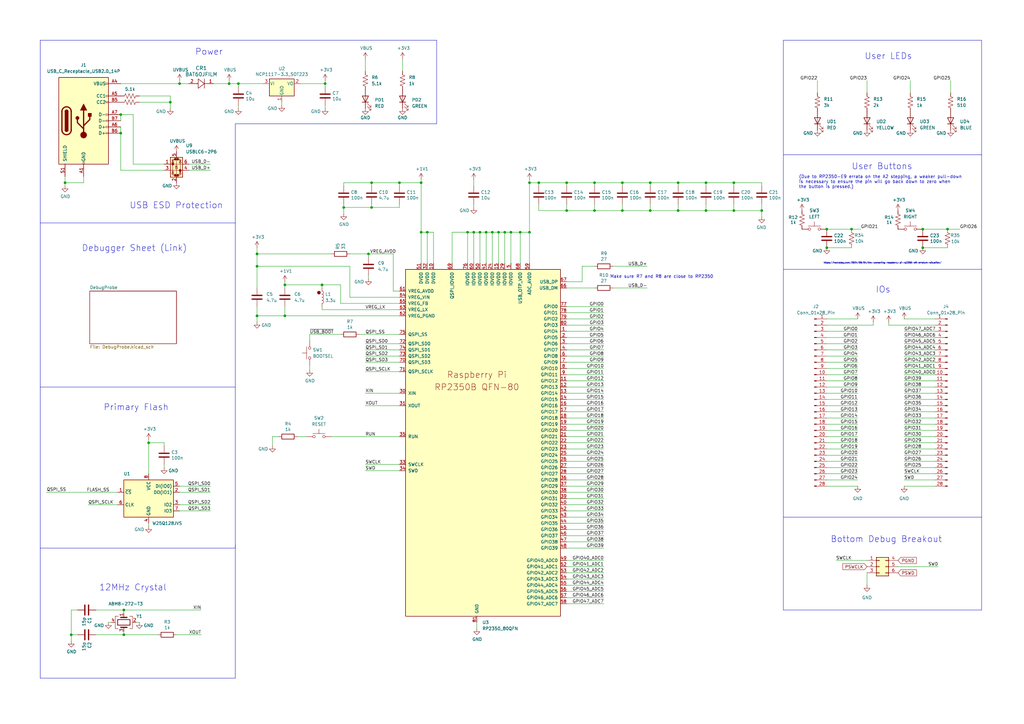
<source format=kicad_sch>
(kicad_sch (version 20250114) (generator "eeschema") (generator_version "9.0")
  (paper "A3")
  (circle (center 130.81 120.015) (radius 0.635) (stroke (width 0) (color 132 0 0 1)) (fill (type color) (color 132 0 0 1)))
  (text "Make sure R7 and R8 are close to RP2350\n" (at 250.19 114.3 0) (effects (font (size 1.27 1.27)) (justify left bottom)))
  (text "12MHz Crystal" (at 40.64 242.57 0) (effects (font (size 2.54 2.54)) (justify left bottom)))
  (text "https://hackaday.com/2024/09/04/the-worsening-raspberry-pi-rp2350-e9-erratum-situation/" (at 361.95 107.95 0) (effects (font (size 0.635 0.635))))
  (text "Primary Flash" (at 42.418 168.656 0) (effects (font (size 2.54 2.54)) (justify left bottom)))
  (text "Bottom Debug Breakout" (at 340.614 222.758 0) (effects (font (size 2.54 2.54)) (justify left bottom)))
  (text "USB ESD Protection" (at 53.086 85.852 0) (effects (font (size 2.54 2.54)) (justify left bottom)))
  (text "(Due to RP2350-E9 errata on the A2 stepping, a weaker pull-down \nis necessary to ensure the pin will go back down to zero when \nthe button is pressed.)" (at 327.66 77.47 0) (effects (font (size 1.27 1.27)) (justify left bottom)))
  (text "IOs" (at 359.156 120.396 0) (effects (font (size 2.54 2.54)) (justify left bottom)))
  (text "Debugger Sheet (Link)" (at 33.528 103.378 0) (effects (font (size 2.54 2.54)) (justify left bottom)))
  (text "Power" (at 80.01 22.86 0) (effects (font (size 2.54 2.54)) (justify left bottom)))
  (text "User LEDs" (at 354.584 24.638 0) (effects (font (size 2.54 2.54)) (justify left bottom)))
  (text "User Buttons" (at 349.25 69.85 0) (effects (font (size 2.54 2.54)) (justify left bottom)))
  (junction (at 266.7 74.93))
  (junction (at 163.83 74.93))
  (junction (at 349.25 93.98))
  (junction (at 217.17 95.25))
  (junction (at 266.7 86.36))
  (junction (at 152.4 74.93))
  (junction (at 278.13 86.36))
  (junction (at 255.27 74.93))
  (junction (at 289.56 86.36))
  (junction (at 213.36 95.25))
  (junction (at 172.72 95.25))
  (junction (at 133.35 34.29))
  (junction (at 243.84 74.93))
  (junction (at 378.46 93.98))
  (junction (at 339.09 101.6))
  (junction (at 300.99 86.36))
  (junction (at 199.39 95.25))
  (junction (at 232.41 74.93))
  (junction (at 97.79 34.29))
  (junction (at 194.31 95.25))
  (junction (at 220.98 74.93))
  (junction (at 300.99 74.93))
  (junction (at 152.4 85.09))
  (junction (at 217.17 74.93))
  (junction (at 339.09 93.98))
  (junction (at 209.55 95.25))
  (junction (at 69.85 41.91))
  (junction (at 243.84 86.36))
  (junction (at 105.41 104.14))
  (junction (at 232.41 86.36))
  (junction (at 312.42 86.36))
  (junction (at 116.84 116.84))
  (junction (at 175.26 95.25))
  (junction (at 289.56 74.93))
  (junction (at 388.62 93.98))
  (junction (at 204.47 95.25))
  (junction (at 132.08 116.84))
  (junction (at 73.66 34.29))
  (junction (at 278.13 74.93))
  (junction (at 207.01 95.25))
  (junction (at 26.67 74.93))
  (junction (at 93.98 34.29))
  (junction (at 151.13 104.14))
  (junction (at 105.41 129.54))
  (junction (at 116.84 129.54))
  (junction (at 49.53 46.99))
  (junction (at 191.77 95.25))
  (junction (at 60.96 181.61))
  (junction (at 49.53 54.61))
  (junction (at 29.21 260.35))
  (junction (at 255.27 86.36))
  (junction (at 196.85 95.25))
  (junction (at 378.46 101.6))
  (junction (at 201.93 95.25))
  (junction (at 50.8 250.19))
  (junction (at 50.8 260.35))
  (junction (at 172.72 74.93))
  (junction (at 105.41 109.22))
  (junction (at 140.97 85.09))
  (wire (pts (xy 351.79 199.39) (xy 339.09 199.39)))
  (wire (pts (xy 383.54 158.75) (xy 370.84 158.75)))
  (wire (pts (xy 383.54 148.59) (xy 370.84 148.59)))
  (wire (pts (xy 191.77 107.95) (xy 191.77 95.25)))
  (wire (pts (xy 201.93 95.25) (xy 204.47 95.25)))
  (wire (pts (xy 172.72 95.25) (xy 172.72 107.95)))
  (wire (pts (xy 266.7 83.82) (xy 266.7 86.36)))
  (wire (pts (xy 364.49 133.35) (xy 383.54 133.35)))
  (polyline (pts (xy 96.52 278.13) (xy 96.52 223.52)))
  (wire (pts (xy 370.84 196.85) (xy 383.54 196.85)))
  (wire (pts (xy 72.39 260.35) (xy 82.55 260.35)))
  (wire (pts (xy 339.09 189.23) (xy 351.79 189.23)))
  (wire (pts (xy 232.41 143.51) (xy 247.65 143.51)))
  (wire (pts (xy 383.54 161.29) (xy 370.84 161.29)))
  (wire (pts (xy 339.09 196.85) (xy 351.79 196.85)))
  (wire (pts (xy 355.6 33.02) (xy 355.6 38.1)))
  (wire (pts (xy 204.47 95.25) (xy 207.01 95.25)))
  (wire (pts (xy 127 137.16) (xy 127 139.7)))
  (wire (pts (xy 195.58 255.27) (xy 195.58 257.81)))
  (wire (pts (xy 370.84 194.31) (xy 383.54 194.31)))
  (wire (pts (xy 57.15 41.91) (xy 69.85 41.91)))
  (polyline (pts (xy 402.59 16.51) (xy 321.31 16.51)))
  (wire (pts (xy 232.41 151.13) (xy 247.65 151.13)))
  (wire (pts (xy 232.41 232.41) (xy 247.65 232.41)))
  (wire (pts (xy 31.75 250.19) (xy 29.21 250.19)))
  (wire (pts (xy 207.01 95.25) (xy 209.55 95.25)))
  (wire (pts (xy 243.84 86.36) (xy 232.41 86.36)))
  (wire (pts (xy 232.41 194.31) (xy 247.65 194.31)))
  (wire (pts (xy 351.79 135.89) (xy 339.09 135.89)))
  (wire (pts (xy 232.41 130.81) (xy 247.65 130.81)))
  (wire (pts (xy 217.17 74.93) (xy 220.98 74.93)))
  (wire (pts (xy 370.84 184.15) (xy 383.54 184.15)))
  (polyline (pts (xy 16.51 17.78) (xy 16.51 224.79)))
  (wire (pts (xy 266.7 74.93) (xy 278.13 74.93)))
  (wire (pts (xy 335.28 33.02) (xy 335.28 38.1)))
  (wire (pts (xy 207.01 107.95) (xy 207.01 95.25)))
  (wire (pts (xy 232.41 86.36) (xy 220.98 86.36)))
  (wire (pts (xy 383.54 138.43) (xy 370.84 138.43)))
  (wire (pts (xy 255.27 83.82) (xy 255.27 86.36)))
  (polyline (pts (xy 16.51 278.13) (xy 96.52 278.13)))
  (wire (pts (xy 364.49 133.35) (xy 364.49 132.08)))
  (polyline (pts (xy 402.59 110.49) (xy 402.59 63.5)))
  (polyline (pts (xy 96.52 158.75) (xy 96.52 91.44)))
  (wire (pts (xy 255.27 76.2) (xy 255.27 74.93)))
  (wire (pts (xy 132.08 127) (xy 163.83 127)))
  (wire (pts (xy 165.1 24.13) (xy 165.1 29.21)))
  (wire (pts (xy 232.41 199.39) (xy 247.65 199.39)))
  (wire (pts (xy 370.84 186.69) (xy 383.54 186.69)))
  (wire (pts (xy 196.85 95.25) (xy 199.39 95.25)))
  (wire (pts (xy 163.83 76.2) (xy 163.83 74.93)))
  (wire (pts (xy 255.27 74.93) (xy 266.7 74.93)))
  (wire (pts (xy 152.4 76.2) (xy 152.4 74.93)))
  (wire (pts (xy 143.51 121.92) (xy 163.83 121.92)))
  (wire (pts (xy 232.41 181.61) (xy 247.65 181.61)))
  (wire (pts (xy 107.95 34.29) (xy 97.79 34.29)))
  (wire (pts (xy 54.61 67.31) (xy 67.31 67.31)))
  (wire (pts (xy 60.96 180.34) (xy 60.96 181.61)))
  (wire (pts (xy 232.41 191.77) (xy 247.65 191.77)))
  (wire (pts (xy 132.08 116.84) (xy 132.08 118.11)))
  (polyline (pts (xy 402.59 63.5) (xy 321.31 63.5)))
  (wire (pts (xy 139.7 124.46) (xy 139.7 116.84)))
  (wire (pts (xy 232.41 217.17) (xy 247.65 217.17)))
  (wire (pts (xy 163.83 152.4) (xy 149.86 152.4)))
  (wire (pts (xy 312.42 83.82) (xy 312.42 86.36)))
  (wire (pts (xy 39.37 250.19) (xy 50.8 250.19)))
  (wire (pts (xy 232.41 245.11) (xy 247.65 245.11)))
  (wire (pts (xy 97.79 35.56) (xy 97.79 34.29)))
  (wire (pts (xy 300.99 83.82) (xy 300.99 86.36)))
  (wire (pts (xy 194.31 95.25) (xy 196.85 95.25)))
  (wire (pts (xy 232.41 189.23) (xy 247.65 189.23)))
  (wire (pts (xy 49.53 54.61) (xy 49.53 69.85)))
  (polyline (pts (xy 96.52 91.44) (xy 96.52 50.8)))
  (wire (pts (xy 139.7 137.16) (xy 127 137.16)))
  (wire (pts (xy 351.79 140.97) (xy 339.09 140.97)))
  (wire (pts (xy 243.84 83.82) (xy 243.84 86.36)))
  (wire (pts (xy 383.54 130.81) (xy 370.84 130.81)))
  (wire (pts (xy 26.67 74.93) (xy 26.67 76.2)))
  (wire (pts (xy 105.41 129.54) (xy 116.84 129.54)))
  (wire (pts (xy 232.41 166.37) (xy 247.65 166.37)))
  (wire (pts (xy 232.41 140.97) (xy 247.65 140.97)))
  (wire (pts (xy 312.42 86.36) (xy 300.99 86.36)))
  (wire (pts (xy 31.75 260.35) (xy 29.21 260.35)))
  (wire (pts (xy 351.79 153.67) (xy 339.09 153.67)))
  (wire (pts (xy 163.83 190.5) (xy 149.86 190.5)))
  (wire (pts (xy 172.72 74.93) (xy 172.72 95.25)))
  (wire (pts (xy 351.79 156.21) (xy 339.09 156.21)))
  (wire (pts (xy 105.41 101.6) (xy 105.41 104.14)))
  (wire (pts (xy 266.7 76.2) (xy 266.7 74.93)))
  (wire (pts (xy 204.47 95.25) (xy 204.47 107.95)))
  (wire (pts (xy 93.98 33.02) (xy 93.98 34.29)))
  (wire (pts (xy 199.39 107.95) (xy 199.39 95.25)))
  (wire (pts (xy 232.41 207.01) (xy 247.65 207.01)))
  (wire (pts (xy 232.41 156.21) (xy 247.65 156.21)))
  (wire (pts (xy 339.09 194.31) (xy 351.79 194.31)))
  (wire (pts (xy 185.42 107.95) (xy 185.42 95.25)))
  (wire (pts (xy 300.99 86.36) (xy 289.56 86.36)))
  (polyline (pts (xy 96.52 50.8) (xy 179.07 50.8)))
  (wire (pts (xy 149.86 148.59) (xy 163.83 148.59)))
  (wire (pts (xy 351.79 163.83) (xy 339.09 163.83)))
  (wire (pts (xy 19.1374 201.7912) (xy 19.1374 201.93)))
  (wire (pts (xy 143.51 109.22) (xy 143.51 121.92)))
  (wire (pts (xy 383.54 156.21) (xy 370.84 156.21)))
  (wire (pts (xy 143.51 104.14) (xy 151.13 104.14)))
  (wire (pts (xy 232.41 237.49) (xy 247.65 237.49)))
  (wire (pts (xy 191.77 95.25) (xy 194.31 95.25)))
  (wire (pts (xy 105.41 129.54) (xy 105.41 132.08)))
  (wire (pts (xy 351.79 146.05) (xy 339.09 146.05)))
  (wire (pts (xy 383.54 135.89) (xy 370.84 135.89)))
  (wire (pts (xy 351.79 171.45) (xy 339.09 171.45)))
  (wire (pts (xy 232.41 184.15) (xy 247.65 184.15)))
  (wire (pts (xy 232.41 176.53) (xy 247.65 176.53)))
  (wire (pts (xy 196.85 107.95) (xy 196.85 95.25)))
  (wire (pts (xy 232.41 135.89) (xy 247.65 135.89)))
  (wire (pts (xy 232.41 222.25) (xy 247.65 222.25)))
  (polyline (pts (xy 179.07 50.8) (xy 179.07 16.51)))
  (wire (pts (xy 149.86 161.29) (xy 163.83 161.29)))
  (wire (pts (xy 370.84 179.07) (xy 383.54 179.07)))
  (wire (pts (xy 232.41 214.63) (xy 247.65 214.63)))
  (wire (pts (xy 388.62 93.98) (xy 393.7 93.98)))
  (wire (pts (xy 69.85 39.37) (xy 57.15 39.37)))
  (wire (pts (xy 139.7 116.84) (xy 132.08 116.84)))
  (wire (pts (xy 339.09 186.69) (xy 351.79 186.69)))
  (polyline (pts (xy 96.52 224.79) (xy 96.52 158.75)))
  (wire (pts (xy 163.83 74.93) (xy 172.72 74.93)))
  (wire (pts (xy 121.92 179.07) (xy 125.73 179.07)))
  (wire (pts (xy 194.31 73.66) (xy 194.31 76.2)))
  (wire (pts (xy 199.39 95.25) (xy 201.93 95.25)))
  (wire (pts (xy 217.17 74.93) (xy 217.17 95.25)))
  (wire (pts (xy 93.98 34.29) (xy 97.79 34.29)))
  (wire (pts (xy 29.21 260.35) (xy 29.21 262.89)))
  (wire (pts (xy 34.29 72.39) (xy 34.29 74.93)))
  (wire (pts (xy 44.45 255.27) (xy 45.72 255.27)))
  (wire (pts (xy 149.86 143.51) (xy 163.83 143.51)))
  (wire (pts (xy 289.56 76.2) (xy 289.56 74.93)))
  (wire (pts (xy 370.84 191.77) (xy 383.54 191.77)))
  (wire (pts (xy 232.41 163.83) (xy 247.65 163.83)))
  (wire (pts (xy 133.35 35.56) (xy 133.35 34.29)))
  (wire (pts (xy 383.54 151.13) (xy 370.84 151.13)))
  (wire (pts (xy 289.56 83.82) (xy 289.56 86.36)))
  (wire (pts (xy 152.4 83.82) (xy 152.4 85.09)))
  (wire (pts (xy 232.41 204.47) (xy 247.65 204.47)))
  (wire (pts (xy 383.54 163.83) (xy 370.84 163.83)))
  (wire (pts (xy 60.96 181.61) (xy 60.96 194.31)))
  (wire (pts (xy 243.84 74.93) (xy 255.27 74.93)))
  (wire (pts (xy 370.84 189.23) (xy 383.54 189.23)))
  (polyline (pts (xy 16.51 16.51) (xy 16.51 17.78)))
  (wire (pts (xy 370.84 181.61) (xy 383.54 181.61)))
  (wire (pts (xy 69.85 41.91) (xy 69.85 39.37)))
  (wire (pts (xy 232.41 247.65) (xy 247.65 247.65)))
  (polyline (pts (xy 321.31 16.51) (xy 321.31 250.19)))
  (wire (pts (xy 67.31 182.88) (xy 67.31 181.61)))
  (wire (pts (xy 351.79 173.99) (xy 339.09 173.99)))
  (polyline (pts (xy 321.31 250.19) (xy 402.59 250.19)))
  (wire (pts (xy 73.66 34.29) (xy 77.47 34.29)))
  (wire (pts (xy 300.99 74.93) (xy 312.42 74.93)))
  (wire (pts (xy 194.31 107.95) (xy 194.31 95.25)))
  (wire (pts (xy 49.53 34.29) (xy 73.66 34.29)))
  (wire (pts (xy 383.54 168.91) (xy 370.84 168.91)))
  (polyline (pts (xy 402.59 110.49) (xy 321.31 110.49)))
  (wire (pts (xy 114.3 179.07) (xy 111.76 179.07)))
  (wire (pts (xy 73.66 207.01) (xy 86.36 207.01)))
  (wire (pts (xy 312.42 76.2) (xy 312.42 74.93)))
  (polyline (pts (xy 16.51 91.44) (xy 96.52 91.44)))
  (wire (pts (xy 232.41 171.45) (xy 247.65 171.45)))
  (wire (pts (xy 123.19 34.29) (xy 133.35 34.29)))
  (wire (pts (xy 175.26 95.25) (xy 172.72 95.25)))
  (wire (pts (xy 278.13 83.82) (xy 278.13 86.36)))
  (wire (pts (xy 111.76 179.07) (xy 111.76 182.88)))
  (wire (pts (xy 251.46 109.22) (xy 265.43 109.22)))
  (wire (pts (xy 232.41 74.93) (xy 243.84 74.93)))
  (wire (pts (xy 147.32 137.16) (xy 163.83 137.16)))
  (wire (pts (xy 201.93 107.95) (xy 201.93 95.25)))
  (wire (pts (xy 339.09 176.53) (xy 351.79 176.53)))
  (wire (pts (xy 232.41 209.55) (xy 247.65 209.55)))
  (wire (pts (xy 116.84 118.11) (xy 116.84 116.84)))
  (wire (pts (xy 60.96 214.63) (xy 60.96 215.9)))
  (wire (pts (xy 163.83 124.46) (xy 139.7 124.46)))
  (wire (pts (xy 349.25 93.98) (xy 353.06 93.98)))
  (wire (pts (xy 232.41 115.57) (xy 238.76 115.57)))
  (wire (pts (xy 232.41 138.43) (xy 247.65 138.43)))
  (wire (pts (xy 383.54 146.05) (xy 370.84 146.05)))
  (wire (pts (xy 163.83 85.09) (xy 163.83 83.82)))
  (wire (pts (xy 152.4 85.09) (xy 163.83 85.09)))
  (polyline (pts (xy 402.59 250.19) (xy 402.59 212.09)))
  (wire (pts (xy 50.8 260.35) (xy 64.77 260.35)))
  (wire (pts (xy 232.41 83.82) (xy 232.41 86.36)))
  (wire (pts (xy 289.56 86.36) (xy 278.13 86.36)))
  (wire (pts (xy 339.09 130.81) (xy 351.79 130.81)))
  (wire (pts (xy 34.29 74.93) (xy 26.67 74.93)))
  (wire (pts (xy 49.53 46.99) (xy 49.53 49.53)))
  (wire (pts (xy 209.55 95.25) (xy 209.55 107.95)))
  (wire (pts (xy 54.61 46.99) (xy 49.53 46.99)))
  (wire (pts (xy 36.195 207.01) (xy 48.26 207.01)))
  (wire (pts (xy 232.41 133.35) (xy 247.65 133.35)))
  (wire (pts (xy 383.54 140.97) (xy 370.84 140.97)))
  (wire (pts (xy 50.8 251.46) (xy 50.8 250.19)))
  (wire (pts (xy 383.54 171.45) (xy 370.84 171.45)))
  (wire (pts (xy 232.41 179.07) (xy 247.65 179.07)))
  (wire (pts (xy 351.79 151.13) (xy 339.09 151.13)))
  (wire (pts (xy 73.66 201.93) (xy 86.36 201.93)))
  (wire (pts (xy 232.41 242.57) (xy 247.65 242.57)))
  (wire (pts (xy 232.41 125.73) (xy 247.65 125.73)))
  (wire (pts (xy 339.09 179.07) (xy 351.79 179.07)))
  (wire (pts (xy 300.99 76.2) (xy 300.99 74.93)))
  (wire (pts (xy 49.53 54.61) (xy 49.53 52.07)))
  (wire (pts (xy 383.54 199.39) (xy 370.84 199.39)))
  (wire (pts (xy 105.41 104.14) (xy 105.41 109.22)))
  (wire (pts (xy 351.79 168.91) (xy 339.09 168.91)))
  (wire (pts (xy 232.41 219.71) (xy 247.65 219.71)))
  (wire (pts (xy 232.41 76.2) (xy 232.41 74.93)))
  (wire (pts (xy 69.85 44.45) (xy 69.85 41.91)))
  (polyline (pts (xy 402.59 212.09) (xy 402.59 110.49)))
  (wire (pts (xy 278.13 86.36) (xy 266.7 86.36)))
  (wire (pts (xy 151.13 104.14) (xy 151.13 105.41)))
  (wire (pts (xy 339.09 191.77) (xy 351.79 191.77)))
  (wire (pts (xy 368.3 232.41) (xy 384.81 232.41)))
  (wire (pts (xy 243.84 76.2) (xy 243.84 74.93)))
  (wire (pts (xy 351.79 158.75) (xy 339.09 158.75)))
  (wire (pts (xy 67.31 190.5) (xy 67.31 191.77)))
  (wire (pts (xy 238.76 109.22) (xy 238.76 115.57)))
  (wire (pts (xy 135.89 179.07) (xy 163.83 179.07)))
  (wire (pts (xy 105.41 104.14) (xy 135.89 104.14)))
  (wire (pts (xy 105.41 109.22) (xy 143.51 109.22)))
  (wire (pts (xy 278.13 74.93) (xy 289.56 74.93)))
  (wire (pts (xy 383.54 153.67) (xy 370.84 153.67)))
  (wire (pts (xy 232.41 168.91) (xy 247.65 168.91)))
  (wire (pts (xy 312.42 86.36) (xy 312.42 88.9)))
  (wire (pts (xy 220.98 83.82) (xy 220.98 86.36)))
  (wire (pts (xy 232.41 201.93) (xy 247.65 201.93)))
  (wire (pts (xy 383.54 143.51) (xy 370.84 143.51)))
  (wire (pts (xy 232.41 153.67) (xy 247.65 153.67)))
  (wire (pts (xy 232.41 161.29) (xy 247.65 161.29)))
  (wire (pts (xy 266.7 86.36) (xy 255.27 86.36)))
  (wire (pts (xy 232.41 240.03) (xy 247.65 240.03)))
  (wire (pts (xy 358.14 133.35) (xy 339.09 133.35)))
  (wire (pts (xy 67.31 181.61) (xy 60.96 181.61)))
  (wire (pts (xy 161.29 104.14) (xy 161.29 119.38)))
  (wire (pts (xy 49.53 69.85) (xy 67.31 69.85)))
  (wire (pts (xy 26.67 72.39) (xy 26.67 74.93)))
  (wire (pts (xy 251.46 118.11) (xy 265.43 118.11)))
  (wire (pts (xy 217.17 73.66) (xy 217.17 74.93)))
  (wire (pts (xy 255.27 86.36) (xy 243.84 86.36)))
  (wire (pts (xy 175.26 95.25) (xy 177.8 95.25)))
  (wire (pts (xy 232.41 118.11) (xy 243.84 118.11)))
  (wire (pts (xy 194.31 83.82) (xy 194.31 85.09)))
  (wire (pts (xy 351.79 138.43) (xy 339.09 138.43)))
  (polyline (pts (xy 321.31 212.09) (xy 402.59 212.09)))
  (wire (pts (xy 151.13 114.3) (xy 151.13 113.03)))
  (wire (pts (xy 116.84 115.57) (xy 116.84 116.84)))
  (wire (pts (xy 213.36 107.95) (xy 213.36 95.25)))
  (polyline (pts (xy 402.59 63.5) (xy 402.59 16.51)))
  (wire (pts (xy 54.61 67.31) (xy 54.61 46.99)))
  (wire (pts (xy 220.98 76.2) (xy 220.98 74.93)))
  (wire (pts (xy 238.76 109.22) (xy 243.84 109.22)))
  (wire (pts (xy 383.54 166.37) (xy 370.84 166.37)))
  (wire (pts (xy 355.6 240.03) (xy 355.6 234.95)))
  (wire (pts (xy 217.17 95.25) (xy 217.17 107.95)))
  (wire (pts (xy 383.54 176.53) (xy 370.84 176.53)))
  (wire (pts (xy 213.36 95.25) (xy 217.17 95.25)))
  (wire (pts (xy 220.98 74.93) (xy 232.41 74.93)))
  (wire (pts (xy 351.79 161.29) (xy 339.09 161.29)))
  (wire (pts (xy 19.1374 201.93) (xy 48.26 201.93)))
  (wire (pts (xy 232.41 196.85) (xy 247.65 196.85)))
  (wire (pts (xy 77.47 67.31) (xy 86.36 67.31)))
  (wire (pts (xy 87.63 34.29) (xy 93.98 34.29)))
  (wire (pts (xy 232.41 128.27) (xy 247.65 128.27)))
  (wire (pts (xy 50.8 250.19) (xy 82.55 250.19)))
  (wire (pts (xy 339.09 93.98) (xy 349.25 93.98)))
  (wire (pts (xy 289.56 74.93) (xy 300.99 74.93)))
  (wire (pts (xy 97.79 43.18) (xy 97.79 44.45)))
  (wire (pts (xy 232.41 224.79) (xy 247.65 224.79)))
  (polyline (pts (xy 16.51 224.79) (xy 96.52 224.79)))
  (wire (pts (xy 339.09 184.15) (xy 351.79 184.15)))
  (wire (pts (xy 232.41 173.99) (xy 247.65 173.99)))
  (wire (pts (xy 116.84 116.84) (xy 132.08 116.84)))
  (wire (pts (xy 132.08 127) (xy 132.08 125.73)))
  (wire (pts (xy 151.13 104.14) (xy 161.29 104.14)))
  (wire (pts (xy 140.97 74.93) (xy 152.4 74.93)))
  (wire (pts (xy 177.8 95.25) (xy 177.8 107.95)))
  (wire (pts (xy 339.09 101.6) (xy 349.25 101.6)))
  (wire (pts (xy 149.86 140.97) (xy 163.83 140.97)))
  (wire (pts (xy 133.35 43.18) (xy 133.35 44.45)))
  (wire (pts (xy 378.46 93.98) (xy 388.62 93.98)))
  (wire (pts (xy 116.84 125.73) (xy 116.84 129.54)))
  (wire (pts (xy 185.42 95.25) (xy 191.77 95.25)))
  (wire (pts (xy 161.29 119.38) (xy 163.83 119.38)))
  (wire (pts (xy 175.26 107.95) (xy 175.26 95.25)))
  (wire (pts (xy 163.83 193.04) (xy 149.86 193.04)))
  (wire (pts (xy 351.79 148.59) (xy 339.09 148.59)))
  (wire (pts (xy 140.97 83.82) (xy 140.97 85.09)))
  (wire (pts (xy 232.41 212.09) (xy 247.65 212.09)))
  (wire (pts (xy 73.66 199.39) (xy 86.36 199.39)))
  (wire (pts (xy 232.41 234.95) (xy 247.65 234.95)))
  (polyline (pts (xy 16.51 16.51) (xy 179.07 16.51)))
  (wire (pts (xy 358.14 133.35) (xy 358.14 132.08)))
  (wire (pts (xy 116.84 129.54) (xy 163.83 129.54)))
  (polyline (pts (xy 16.51 224.79) (xy 16.51 278.13)))
  (wire (pts (xy 351.79 143.51) (xy 339.09 143.51)))
  (wire (pts (xy 339.09 181.61) (xy 351.79 181.61)))
  (wire (pts (xy 149.86 24.13) (xy 149.86 29.21)))
  (wire (pts (xy 232.41 186.69) (xy 247.65 186.69)))
  (wire (pts (xy 127 149.86) (xy 127 151.765)))
  (wire (pts (xy 140.97 85.09) (xy 152.4 85.09)))
  (wire (pts (xy 172.72 73.66) (xy 172.72 74.93)))
  (polyline (pts (xy 16.51 158.75) (xy 96.52 158.75)))
  (wire (pts (xy 351.79 166.37) (xy 339.09 166.37)))
  (wire (pts (xy 140.97 76.2) (xy 140.97 74.93)))
  (wire (pts (xy 55.88 255.27) (xy 57.15 255.27)))
  (wire (pts (xy 50.8 259.08) (xy 50.8 260.35)))
  (wire (pts (xy 39.37 260.35) (xy 50.8 260.35)))
  (wire (pts (xy 133.35 34.29) (xy 133.35 33.02)))
  (wire (pts (xy 232.41 158.75) (xy 247.65 158.75)))
  (wire (pts (xy 73.66 33.02) (xy 73.66 34.29)))
  (wire (pts (xy 209.55 95.25) (xy 213.36 95.25)))
  (wire (pts (xy 140.97 85.09) (xy 140.97 87.63)))
  (wire (pts (xy 378.46 101.6) (xy 388.62 101.6)))
  (wire (pts (xy 373.38 33.02) (xy 373.38 38.1)))
  (wire (pts (xy 29.21 250.19) (xy 29.21 260.35)))
  (wire (pts (xy 232.41 229.87) (xy 247.65 229.87)))
  (wire (pts (xy 152.4 74.93) (xy 163.83 74.93)))
  (wire (pts (xy 163.83 166.37) (xy 149.86 166.37)))
  (wire (pts (xy 105.41 109.22) (xy 105.41 118.11)))
  (wire (pts (xy 73.66 209.55) (xy 86.36 209.55)))
  (wire (pts (xy 389.89 33.02) (xy 389.89 38.1)))
  (wire (pts (xy 342.9 229.87) (xy 355.6 229.87)))
  (wire (pts (xy 149.86 146.05) (xy 163.83 146.05)))
  (wire (pts (xy 383.54 173.99) (xy 370.84 173.99)))
  (wire (pts (xy 105.41 125.73) (xy 105.41 129.54)))
  (wire (pts (xy 115.57 41.91) (xy 115.57 43.18)))
  (wire (pts (xy 278.13 76.2) (xy 278.13 74.93)))
  (wire (pts (xy 232.41 146.05) (xy 247.65 146.05)))
  (wire (pts (xy 232.41 148.59) (xy 247.65 148.59)))
  (wire (pts (xy 77.47 69.85) (xy 86.36 69.85)))
  (label "GPIO40_ADC0" (at 247.65 229.87 180))
  (label "QSPI_SD2" (at 86.36 207.01 180))
  (label "GPIO35" (at 247.65 214.63 180))
  (label "XIN" (at 82.55 250.19 180))
  (label "GPIO12" (at 247.65 156.21 180))
  (label "GPIO15" (at 247.65 163.83 180))
  (label "GPIO21" (at 353.06 93.98 0))
  (label "RUN" (at 149.86 179.07 0))
  (label "GPIO13" (at 351.79 168.91 180))
  (label "GPIO25" (at 389.89 33.02 180))
  (label "GPIO36" (at 247.65 217.17 180))
  (label "GPIO25" (at 247.65 189.23 180))
  (label "USB_D-" (at 86.36 67.31 180))
  (label "GPIO7" (at 247.65 143.51 180))
  (label "GPIO28" (at 247.65 196.85 180))
  (label "SWD" (at 149.86 193.04 0))
  (label "GPIO47_ADC7" (at 247.65 247.65 180))
  (label "QSPI_SD0" (at 149.86 140.97 0))
  (label "GPIO25" (at 370.84 191.77 0))
  (label "GPIO33" (at 370.84 171.45 0))
  (label "GPIO44_ADC4" (at 247.65 240.03 180))
  (label "GPIO44_ADC4" (at 370.84 143.51 0))
  (label "GPIO38" (at 370.84 158.75 0))
  (label "GPIO41_ADC1" (at 247.65 232.41 180))
  (label "VREG_LX" (at 149.86 127 0))
  (label "GPIO18" (at 351.79 181.61 180))
  (label "GPIO30" (at 247.65 201.93 180))
  (label "GPIO46_ADC6" (at 370.84 138.43 0))
  (label "GPIO45_ADC5" (at 247.65 242.57 180))
  (label "QSPI_SS" (at 149.86 137.16 0))
  (label "FLASH_SS" (at 35.56 201.93 0))
  (label "GPIO5" (at 247.65 138.43 180))
  (label "GPIO15" (at 351.79 173.99 180))
  (label "GPIO43_ADC3" (at 247.65 237.49 180))
  (label "GPIO39" (at 247.65 224.79 180))
  (label "QSPI_SD2" (at 149.86 146.05 0))
  (label "GPIO12" (at 351.79 166.37 180))
  (label "GPIO1" (at 247.65 128.27 180))
  (label "SWD" (at 370.84 196.85 0))
  (label "GPIO32" (at 370.84 173.99 0))
  (label "GPIO0" (at 351.79 135.89 180))
  (label "GPIO41_ADC1" (at 370.84 151.13 0))
  (label "GPIO32" (at 247.65 207.01 180))
  (label "GPIO9" (at 351.79 158.75 180))
  (label "GPIO22" (at 247.65 181.61 180))
  (label "GPIO39" (at 370.84 156.21 0))
  (label "QSPI_SCLK" (at 36.195 207.01 0))
  (label "GPIO26" (at 393.7 93.98 0))
  (label "GPIO21" (at 247.65 179.07 180))
  (label "GPIO42_ADC2" (at 370.84 148.59 0))
  (label "GPIO37" (at 247.65 219.71 180))
  (label "GPIO27" (at 370.84 186.69 0))
  (label "GPIO4" (at 351.79 146.05 180))
  (label "GPIO21" (at 351.79 189.23 180))
  (label "GPIO10" (at 247.65 151.13 180))
  (label "GPIO9" (at 247.65 148.59 180))
  (label "GPIO3" (at 351.79 143.51 180))
  (label "GPIO26" (at 370.84 189.23 0))
  (label "QSPI_SS" (at 19.1374 201.7912 0))
  (label "GPIO5" (at 351.79 148.59 180))
  (label "GPIO29" (at 247.65 199.39 180))
  (label "SWD" (at 384.81 232.41 180))
  (label "GPIO17" (at 247.65 168.91 180))
  (label "GPIO20" (at 351.79 186.69 180))
  (label "SWCLK" (at 149.86 190.5 0))
  (label "USB_D+" (at 86.36 69.85 180))
  (label "GPIO34" (at 370.84 168.91 0))
  (label "GPIO37" (at 370.84 161.29 0))
  (label "GPIO24" (at 351.79 196.85 180))
  (label "GPIO14" (at 247.65 161.29 180))
  (label "GPIO47_ADC7" (at 370.84 135.89 0))
  (label "QSPI_SD0" (at 86.36 199.39 180))
  (label "GPIO46_ADC6" (at 247.65 245.11 180))
  (label "GPIO16" (at 351.79 176.53 180))
  (label "GPIO35" (at 370.84 166.37 0))
  (label "GPIO1" (at 351.79 138.43 180))
  (label "GPIO2" (at 351.79 140.97 180))
  (label "GPIO10" (at 351.79 161.29 180))
  (label "GPIO22" (at 335.28 33.02 180))
  (label "GPIO23" (at 355.6 33.02 180))
  (label "GPIO3" (at 247.65 133.35 180))
  (label "USB_D-" (at 265.43 118.11 180))
  (label "GPIO8" (at 247.65 146.05 180))
  (label "GPIO31" (at 370.84 176.53 0))
  (label "GPIO23" (at 351.79 194.31 180))
  (label "GPIO45_ADC5" (at 370.84 140.97 0))
  (label "GPIO43_ADC3" (at 370.84 146.05 0))
  (label "GPIO34" (at 247.65 212.09 180))
  (label "GPIO6" (at 351.79 151.13 180))
  (label "GPIO42_ADC2" (at 247.65 234.95 180))
  (label "GPIO19" (at 247.65 173.99 180))
  (label "GPIO0" (at 247.65 125.73 180))
  (label "GPIO2" (at 247.65 130.81 180))
  (label "GPIO8" (at 351.79 156.21 180))
  (label "GPIO13" (at 247.65 158.75 180))
  (label "GPIO22" (at 351.79 191.77 180))
  (label "GPIO17" (at 351.79 179.07 180))
  (label "QSPI_SD1" (at 149.86 143.51 0))
  (label "GPIO26" (at 247.65 191.77 180))
  (label "XOUT" (at 149.86 166.37 0))
  (label "GPIO31" (at 247.65 204.47 180))
  (label "GPIO24" (at 247.65 186.69 180))
  (label "GPIO38" (at 247.65 222.25 180))
  (label "~{USB_BOOT}" (at 127 137.16 0))
  (label "GPIO7" (at 351.79 153.67 180))
  (label "GPIO36" (at 370.84 163.83 0))
  (label "GPIO28" (at 370.84 184.15 0))
  (label "USB_D+" (at 265.43 109.22 180))
  (label "QSPI_SD1" (at 86.36 201.93 180))
  (label "GPIO23" (at 247.65 184.15 180))
  (label "GPIO11" (at 351.79 163.83 180))
  (label "GPIO11" (at 247.65 153.67 180))
  (label "SWCLK" (at 342.9 229.87 0))
  (label "GPIO33" (at 247.65 209.55 180))
  (label "GPIO24" (at 373.38 33.02 180))
  (label "GPIO27" (at 247.65 194.31 180))
  (label "QSPI_SD3" (at 86.36 209.55 180))
  (label "GPIO30" (at 370.84 179.07 0))
  (label "QSPI_SD3" (at 149.86 148.59 0))
  (label "GPIO6" (at 247.65 140.97 180))
  (label "GPIO20" (at 247.65 176.53 180))
  (label "GPIO40_ADC0" (at 370.84 153.67 0))
  (label "XOUT" (at 82.55 260.35 180))
  (label "GPIO4" (at 247.65 135.89 180))
  (label "GPIO29" (at 370.84 181.61 0))
  (label "VREG_AVDD" (at 151.765 104.14 0))
  (label "XIN" (at 149.86 161.29 0))
  (label "GPIO19" (at 351.79 184.15 180))
  (label "GPIO14" (at 351.79 171.45 180))
  (label "GPIO16" (at 247.65 166.37 180))
  (label "QSPI_SCLK" (at 149.86 152.4 0))
  (label "SWCLK" (at 370.84 194.31 0))
  (label "GPIO18" (at 247.65 171.45 180))
  (global_label "PSWCLK" (shape input) (at 355.6 232.41 180) (property "Intersheetrefs" "${INTERSHEET_REFS}" (effects (hide yes))))
  (global_label "PGND" (shape input) (at 368.3 229.87 0) (property "Intersheetrefs" "${INTERSHEET_REFS}" (effects (hide yes))))
  (global_label "PSWD" (shape input) (at 368.3 234.95 0) (property "Intersheetrefs" "${INTERSHEET_REFS}" (effects (hide yes))))
  (symbol (lib_id "Device:C") (at 35.56 250.19 270) (unit 1)
    (property "Reference" "C1" (at 36.7284 253.111 0) (effects (justify left)))
    (property "Value" "15p" (at 34.417 253.111 0) (effects (justify left)))
    (property "Footprint" "Capacitor_SMD:C_0402_1005Metric" (effects (hide yes)))
  )
  (symbol (lib_id "Device:C") (at 35.56 260.35 270) (unit 1)
    (property "Reference" "C2" (at 36.7284 263.271 0) (effects (justify left)))
    (property "Value" "15p" (at 34.417 263.271 0) (effects (justify left)))
    (property "Footprint" "Capacitor_SMD:C_0402_1005Metric" (effects (hide yes)))
  )
  (symbol (lib_id "power:GND") (at 29.21 262.89 0) (unit 1)
    (property "Reference" "#PWR0121" (effects (hide yes)))
    (property "Value" "GND" (at 29.337 267.2842 0))
  )
  (symbol (lib_id "Memory_Flash:W25Q128JVS") (at 60.96 204.47 0) (unit 1)
    (property "Reference" "U1" (at 52.07 194.31 0))
    (property "Value" "W25Q128JVS" (at 68.58 214.63 0))
    (property "Footprint" "Package_SO:SOIC-8_5.23x5.23mm_P1.27mm" (effects (hide yes)))
    (property "Datasheet" "http://www.winbond.com/resource-files/w25q128jv_dtr%20revc%2003272018%20plus.pdf" (effects (hide yes)))
  )
  (symbol (lib_id "power:+3V3") (at 60.96 180.34 0) (unit 1)
    (property "Reference" "#PWR0122" (effects (hide yes)))
    (property "Value" "+3V3" (at 61.341 175.9458 0))
  )
  (symbol (lib_id "power:GND") (at 60.96 215.9 0) (unit 1)
    (property "Reference" "#PWR0123" (effects (hide yes)))
    (property "Value" "GND" (at 57.15 217.17 0))
  )
  (symbol (lib_id "Device:C") (at 67.31 186.69 0) (unit 1)
    (property "Reference" "C3" (at 70.231 185.5216 0) (effects (justify left)))
    (property "Value" "100n" (at 70.231 187.833 0) (effects (justify left)))
    (property "Footprint" "Capacitor_SMD:C_0402_1005Metric" (effects (hide yes)))
  )
  (symbol (lib_id "power:GND") (at 67.31 191.77 0) (unit 1)
    (property "Reference" "#PWR0124" (effects (hide yes)))
    (property "Value" "GND" (at 71.12 193.04 0))
  )
  (symbol (lib_id "power:GND") (at 195.58 257.81 0) (unit 1)
    (property "Reference" "#PWR0105" (effects (hide yes)))
    (property "Value" "GND" (at 195.707 262.2042 0))
  )
  (symbol (lib_id "Device:R") (at 247.65 109.22 270) (unit 1)
    (property "Reference" "R9" (at 247.65 103.9622 90))
    (property "Value" "27" (at 247.65 106.2736 90))
    (property "Footprint" "Resistor_SMD:R_0402_1005Metric" (effects (hide yes)))
  )
  (symbol (lib_id "Device:R") (at 247.65 118.11 270) (unit 1)
    (property "Reference" "R10" (at 247.65 112.8522 90))
    (property "Value" "27" (at 247.65 115.1636 90))
    (property "Footprint" "Resistor_SMD:R_0402_1005Metric" (effects (hide yes)))
  )
  (symbol (lib_id "power:+3V3") (at 217.17 73.66 0) (unit 1)
    (property "Reference" "#PWR0102" (effects (hide yes)))
    (property "Value" "+3V3" (at 217.551 69.2658 0))
  )
  (symbol (lib_id "Device:C") (at 243.84 80.01 0) (unit 1)
    (property "Reference" "C15" (at 246.761 78.8416 0) (effects (justify left)))
    (property "Value" "100n" (at 246.761 81.153 0) (effects (justify left)))
    (property "Footprint" "Capacitor_SMD:C_0402_1005Metric" (effects (hide yes)))
  )
  (symbol (lib_id "Device:C") (at 255.27 80.01 0) (unit 1)
    (property "Reference" "C16" (at 258.191 78.8416 0) (effects (justify left)))
    (property "Value" "100n" (at 258.191 81.153 0) (effects (justify left)))
    (property "Footprint" "Capacitor_SMD:C_0402_1005Metric" (effects (hide yes)))
  )
  (symbol (lib_id "Device:C") (at 266.7 80.01 0) (unit 1)
    (property "Reference" "C17" (at 269.621 78.8416 0) (effects (justify left)))
    (property "Value" "100n" (at 269.621 81.153 0) (effects (justify left)))
    (property "Footprint" "Capacitor_SMD:C_0402_1005Metric" (effects (hide yes)))
  )
  (symbol (lib_id "Device:C") (at 278.13 80.01 0) (unit 1)
    (property "Reference" "C18" (at 281.051 78.8416 0) (effects (justify left)))
    (property "Value" "100n" (at 281.051 81.153 0) (effects (justify left)))
    (property "Footprint" "Capacitor_SMD:C_0402_1005Metric" (effects (hide yes)))
  )
  (symbol (lib_id "Device:C") (at 289.56 80.01 0) (unit 1)
    (property "Reference" "C19" (at 292.481 78.8416 0) (effects (justify left)))
    (property "Value" "100n" (at 292.481 81.153 0) (effects (justify left)))
    (property "Footprint" "Capacitor_SMD:C_0402_1005Metric" (effects (hide yes)))
  )
  (symbol (lib_id "Device:C") (at 300.99 80.01 0) (unit 1)
    (property "Reference" "C20" (at 303.911 78.8416 0) (effects (justify left)))
    (property "Value" "100n" (at 303.911 81.153 0) (effects (justify left)))
    (property "Footprint" "Capacitor_SMD:C_0402_1005Metric" (effects (hide yes)))
  )
  (symbol (lib_id "Device:R") (at 68.58 260.35 270) (unit 1)
    (property "Reference" "R3" (at 68.58 255.0922 90))
    (property "Value" "1k" (at 68.58 257.4036 90))
    (property "Footprint" "Resistor_SMD:R_0402_1005Metric" (effects (hide yes)))
  )
  (symbol (lib_id "Device:Crystal_GND24") (at 50.8 255.27 270) (unit 1)
    (property "Reference" "Y1" (at 55.88 252.73 90) (effects (justify left)))
    (property "Value" "ABM8-272-T3" (at 44.45 247.65 90) (effects (justify left)))
    (property "Footprint" "Crystal:Crystal_SMD_3225-4Pin_3.2x2.5mm" (effects (hide yes)))
  )
  (symbol (lib_id "power:+3V3") (at 194.31 73.66 0) (unit 1)
    (property "Reference" "#PWR0104" (effects (hide yes)))
    (property "Value" "+3V3" (at 194.691 69.2658 0))
  )
  (symbol (lib_id "Device:C") (at 194.31 80.01 0) (unit 1)
    (property "Reference" "C12" (at 197.231 78.8416 0) (effects (justify left)))
    (property "Value" "10u" (at 197.231 81.153 0) (effects (justify left)))
    (property "Footprint" "Capacitor_SMD:C_0805_2012Metric" (effects (hide yes)))
  )
  (symbol (lib_id "power:GND") (at 194.31 85.09 0) (unit 1)
    (property "Reference" "#PWR0103" (effects (hide yes)))
    (property "Value" "GND" (at 190.5 86.36 0))
  )
  (symbol (lib_id "power:+3V3") (at 358.14 132.08 0) (unit 1)
    (property "Reference" "#PWR0132" (effects (hide yes)))
    (property "Value" "+3V3" (at 358.521 127.6858 0))
  )
  (symbol (lib_id "power:VBUS") (at 370.84 130.81 0) (unit 1)
    (property "Reference" "#PWR0134" (effects (hide yes)))
    (property "Value" "VBUS" (at 371.221 126.4158 0))
  )
  (symbol (lib_id "BAT60JFILM:BAT60JFILM") (at 77.47 34.29 0) (unit 1)
    (property "Reference" "CR1" (at 82.55 27.94 0) (effects (font (size 1.524 1.524))))
    (property "Value" "BAT60JFILM" (at 82.55 30.48 0) (effects (font (size 1.524 1.524))))
    (property "Footprint" "BAT60JFILM:CR_60JFILM_STM" (effects (hide yes)))
    (property "Datasheet" "BAT60JFILM" (effects (hide yes)))
  )
  (symbol (lib_id "Device:C") (at 97.79 39.37 0) (unit 1)
    (property "Reference" "C4" (at 100.711 38.2016 0) (effects (justify left)))
    (property "Value" "10u" (at 100.711 40.513 0) (effects (justify left)))
    (property "Footprint" "Capacitor_SMD:C_0805_2012Metric" (effects (hide yes)))
  )
  (symbol (lib_id "power:VBUS") (at 73.66 33.02 0) (unit 1)
    (property "Reference" "#PWR0113" (effects (hide yes)))
    (property "Value" "UVBUS" (at 74.041 28.6258 0))
  )
  (symbol (lib_id "power:GND") (at 127 151.765 0) (unit 1)
    (property "Reference" "#PWR0129" (effects (hide yes)))
    (property "Value" "GND" (at 127.127 156.1592 0))
  )
  (symbol (lib_id "Device:C") (at 163.83 80.01 0) (unit 1)
    (property "Reference" "C11" (at 166.751 78.8416 0) (effects (justify left)))
    (property "Value" "100n" (at 166.751 81.153 0) (effects (justify left)))
    (property "Footprint" "Capacitor_SMD:C_0402_1005Metric" (effects (hide yes)))
  )
  (symbol (lib_id "power:VBUS") (at 351.79 130.81 0) (unit 1)
    (property "Reference" "#PWR0131" (effects (hide yes)))
    (property "Value" "VBUS" (at 352.171 126.4158 0))
  )
  (symbol (lib_id "Power_Protection:USBLC6-2P6") (at 72.39 67.31 0) (unit 1)
    (property "Reference" "U9" (at 76.2 59.69 0) (effects (justify left)))
    (property "Value" "USBLC6-2P6" (at 76.2 62.23 0) (effects (justify left)))
    (property "Footprint" "Package_TO_SOT_SMD:SOT-666" (effects (hide yes)))
    (property "Datasheet" "https://www.st.com/resource/en/datasheet/usblc6-2.pdf" (effects (hide yes)))
    (property "Description" "Very low capacitance ESD protection diode, 2 data-line, SOT-666" (effects (hide yes)))
  )
  (symbol (lib_id "Device:LED") (at 355.6 49.53 90) (unit 1)
    (property "Reference" "UD2" (at 359.41 49.8474 90) (effects (justify right)))
    (property "Value" "YELLOW" (at 359.41 52.3874 90) (effects (justify right)))
    (property "Footprint" "LED_SMD:LED_0805_2012Metric" (effects (hide yes)))
    (property "Description" "Light emitting diode" (effects (hide yes)))
  )
  (symbol (lib_id "Device:R_US") (at 389.89 41.91 0) (unit 1)
    (property "Reference" "R16" (at 392.43 40.6399 0) (effects (justify left)))
    (property "Value" "510" (at 392.43 43.1799 0) (effects (justify left)))
    (property "Footprint" "Resistor_SMD:R_0402_1005Metric" (effects (hide yes)))
    (property "Description" "Resistor, US symbol" (effects (hide yes)))
  )
  (symbol (lib_id "Device:R") (at 118.11 179.07 270) (unit 1)
    (property "Reference" "R4" (at 118.11 173.8122 90))
    (property "Value" "1k" (at 118.11 176.1236 90))
    (property "Footprint" "Resistor_SMD:R_0402_1005Metric" (effects (hide yes)))
  )
  (symbol (lib_id "Device:C") (at 232.41 80.01 0) (unit 1)
    (property "Reference" "C14" (at 235.331 78.8416 0) (effects (justify left)))
    (property "Value" "100n" (at 235.331 81.153 0) (effects (justify left)))
    (property "Footprint" "Capacitor_SMD:C_0402_1005Metric" (effects (hide yes)))
  )
  (symbol (lib_id "power:+3V3") (at 328.93 86.36 0) (unit 1)
    (property "Reference" "#PWR0141" (effects (hide yes)))
    (property "Value" "+3V3" (at 329.311 81.9658 0))
  )
  (symbol (lib_id "power:GND") (at 115.57 43.18 0) (unit 1)
    (property "Reference" "#PWR0111" (effects (hide yes)))
    (property "Value" "GND" (at 111.76 44.45 0))
  )
  (symbol (lib_id "Device:LED") (at 149.86 40.64 90) (unit 1)
    (property "Reference" "PD1" (at 153.67 40.9574 90) (effects (justify right)))
    (property "Value" "RED" (at 153.67 43.4974 90) (effects (justify right)))
    (property "Footprint" "LED_SMD:LED_0805_2012Metric" (effects (hide yes)))
    (property "Description" "Light emitting diode" (effects (hide yes)))
  )
  (symbol (lib_id "Device:C") (at 312.42 80.01 0) (unit 1)
    (property "Reference" "C21" (at 315.341 78.8416 0) (effects (justify left)))
    (property "Value" "100n" (at 315.341 81.153 0) (effects (justify left)))
    (property "Footprint" "Capacitor_SMD:C_0402_1005Metric" (effects (hide yes)))
  )
  (symbol (lib_id "power:VBUS") (at 72.39 62.23 0) (unit 1)
    (property "Reference" "#PWR5" (effects (hide yes)))
    (property "Value" "UVBUS" (at 72.771 57.8358 0))
  )
  (symbol (lib_id "power:GND") (at 339.09 101.6 0) (unit 1)
    (property "Reference" "#PWR0142" (effects (hide yes)))
    (property "Value" "GND" (at 335.28 102.87 0))
  )
  (symbol (lib_id "Device:R_US") (at 355.6 41.91 0) (unit 1)
    (property "Reference" "R13" (at 358.14 40.6399 0) (effects (justify left)))
    (property "Value" "2k" (at 358.14 43.1799 0) (effects (justify left)))
    (property "Footprint" "Resistor_SMD:R_0402_1005Metric" (effects (hide yes)))
    (property "Description" "Resistor, US symbol" (effects (hide yes)))
  )
  (symbol (lib_id "power:+1V1") (at 116.84 115.57 0) (unit 1)
    (property "Reference" "#PWR0127" (effects (hide yes)))
    (property "Value" "+1V1" (at 117.221 111.1758 0))
  )
  (symbol (lib_id "power:+3V3") (at 364.49 132.08 0) (unit 1)
    (property "Reference" "#PWR0133" (effects (hide yes)))
    (property "Value" "+3V3" (at 364.871 127.6858 0))
  )
  (symbol (lib_id "Device:C") (at 378.46 97.79 0) (unit 1)
    (property "Reference" "C23" (at 381.381 96.6216 0) (effects (justify left)))
    (property "Value" "100n" (at 381.381 98.933 0) (effects (justify left)))
    (property "Footprint" "Capacitor_SMD:C_0402_1005Metric" (effects (hide yes)))
  )
  (symbol (lib_id "power:GND") (at 165.1 44.45 0) (unit 1)
    (property "Reference" "#PWR0115" (effects (hide yes)))
    (property "Value" "GND" (at 165.1 48.26 0))
  )
  (symbol (lib_id "Switch:SW_Push") (at 130.81 179.07 0) (unit 1)
    (property "Reference" "SW2" (at 130.81 171.45 0))
    (property "Value" "RESET" (at 130.81 173.99 0))
    (property "Footprint" "Button_Switch_SMD:SW_SPST_PTS647_Sx38" (effects (hide yes)))
  )
  (symbol (lib_id "Device:R_US") (at 335.28 41.91 0) (unit 1)
    (property "Reference" "R11" (at 337.82 40.6399 0) (effects (justify left)))
    (property "Value" "3k" (at 337.82 43.1799 0) (effects (justify left)))
    (property "Footprint" "Resistor_SMD:R_0402_1005Metric" (effects (hide yes)))
    (property "Description" "Resistor, US symbol" (effects (hide yes)))
  )
  (symbol (lib_id "power:GND") (at 44.45 255.27 0) (unit 1)
    (property "Reference" "#PWR0120" (effects (hide yes)))
    (property "Value" "GND" (at 40.64 256.54 0))
  )
  (symbol (lib_id "Device:R_US") (at 388.62 97.79 180) (unit 1)
    (property "Reference" "R35" (at 393.7 96.52 0) (effects (justify left)))
    (property "Value" "10k" (at 393.7 99.06 0) (effects (justify left)))
    (property "Footprint" "Resistor_SMD:R_0402_1005Metric" (effects (hide yes)))
    (property "Description" "Resistor, US symbol" (effects (hide yes)))
  )
  (symbol (lib_id "power:GND") (at 373.38 53.34 0) (unit 1)
    (property "Reference" "#PWR0145" (effects (hide yes)))
    (property "Value" "GND" (at 369.57 54.61 0))
  )
  (symbol (lib_id "Device:LED") (at 373.38 49.53 90) (unit 1)
    (property "Reference" "UD3" (at 377.19 49.8474 90) (effects (justify right)))
    (property "Value" "GREEN" (at 377.19 52.3874 90) (effects (justify right)))
    (property "Footprint" "LED_SMD:LED_0805_2012Metric" (effects (hide yes)))
    (property "Description" "Light emitting diode" (effects (hide yes)))
  )
  (symbol (lib_id "power:GND") (at 72.39 74.93 0) (unit 1)
    (property "Reference" "#PWR03" (effects (hide yes)))
    (property "Value" "GND" (at 68.58 76.2 0))
  )
  (symbol (lib_id "Switch:SW_Push") (at 334.01 93.98 0) (unit 1)
    (property "Reference" "SW3" (at 334.01 86.36 0))
    (property "Value" "LEFT" (at 334.01 88.9 0))
    (property "Footprint" "Button_Switch_SMD:SW_SPST_PTS647_Sx38" (effects (hide yes)))
  )
  (symbol (lib_id "power:GND") (at 378.46 101.6 0) (unit 1)
    (property "Reference" "#PWR0139" (effects (hide yes)))
    (property "Value" "GND" (at 374.65 102.87 0))
  )
  (symbol (lib_id "Device:R_US") (at 149.86 33.02 0) (unit 1)
    (property "Reference" "R6" (at 152.4 31.7499 0) (effects (justify left)))
    (property "Value" "5.1k" (at 152.4 34.2899 0) (effects (justify left)))
    (property "Footprint" "Resistor_SMD:R_0402_1005Metric" (effects (hide yes)))
    (property "Description" "Resistor, US symbol" (effects (hide yes)))
  )
  (symbol (lib_id "Device:C") (at 151.13 109.22 0) (unit 1)
    (property "Reference" "C9" (at 154.94 107.95 0) (effects (justify left)))
    (property "Value" "4.7u" (at 154.94 110.49 0) (effects (justify left)))
    (property "Footprint" "Capacitor_SMD:C_0402_1005Metric" (effects (hide yes)))
  )
  (symbol (lib_id "Device:L") (at 132.08 121.92 0) (unit 1)
    (property "Reference" "L1" (at 133.35 120.65 0) (effects (justify left)))
    (property "Value" "3.3u" (at 133.35 123.19 0) (effects (justify left)))
    (property "Footprint" "RP2350_80QFN_minimal:L_pol_2016" (effects (hide yes)))
  )
  (symbol (lib_id "power:GND") (at 140.97 87.63 0) (unit 1)
    (property "Reference" "#PWR0126" (effects (hide yes)))
    (property "Value" "GND" (at 141.097 92.0242 0))
  )
  (symbol (lib_id "Device:LED") (at 165.1 40.64 90) (unit 1)
    (property "Reference" "PD2" (at 168.91 40.9574 90) (effects (justify right)))
    (property "Value" "GREEN" (at 168.91 43.4974 90) (effects (justify right)))
    (property "Footprint" "LED_SMD:LED_0805_2012Metric" (effects (hide yes)))
    (property "Description" "Light emitting diode" (effects (hide yes)))
  )
  (symbol (lib_id "Device:R_US") (at 53.34 39.37 90) (unit 1)
    (property "Reference" "R1" (effects (hide yes)))
    (property "Value" "5.1k" (at 53.34 36.576 90))
    (property "Footprint" "Resistor_SMD:R_0402_1005Metric" (effects (hide yes)))
    (property "Description" "Resistor, US symbol" (effects (hide yes)))
  )
  (symbol (lib_id "Device:R_US") (at 328.93 90.17 0) (unit 1)
    (property "Reference" "R12" (at 323.342 89.154 0) (effects (justify left)))
    (property "Value" "1k" (at 324.104 91.186 0) (effects (justify left)))
    (property "Footprint" "Resistor_SMD:R_0402_1005Metric" (effects (hide yes)))
    (property "Description" "Resistor, US symbol" (effects (hide yes)))
  )
  (symbol (lib_id "power:GND") (at 97.79 44.45 0) (unit 1)
    (property "Reference" "#PWR0112" (effects (hide yes)))
    (property "Value" "GND" (at 93.98 45.72 0))
  )
  (symbol (lib_id "power:GND") (at 105.41 132.08 0) (mirror y) (unit 1)
    (property "Reference" "#PWR0128" (effects (hide yes)))
    (property "Value" "GND" (at 109.22 133.35 0))
  )
  (symbol (lib_id "power:GND") (at 389.89 53.34 0) (unit 1)
    (property "Reference" "#PWR0144" (effects (hide yes)))
    (property "Value" "GND" (at 386.08 54.61 0))
  )
  (symbol (lib_id "Device:C") (at 133.35 39.37 0) (unit 1)
    (property "Reference" "C7" (at 136.271 38.2016 0) (effects (justify left)))
    (property "Value" "10u" (at 136.271 40.513 0) (effects (justify left)))
    (property "Footprint" "Capacitor_SMD:C_0805_2012Metric" (effects (hide yes)))
  )
  (symbol (lib_id "power:+1V1") (at 172.72 73.66 0) (unit 1)
    (property "Reference" "#PWR0101" (effects (hide yes)))
    (property "Value" "+1V1" (at 173.101 69.2658 0))
  )
  (symbol (lib_id "Device:C") (at 116.84 121.92 0) (unit 1)
    (property "Reference" "C6" (at 120.65 120.65 0) (effects (justify left)))
    (property "Value" "4.7u" (at 120.65 123.19 0) (effects (justify left)))
    (property "Footprint" "RP2350_80QFN_minimal:C_0402_1005Metric_small_pads" (effects (hide yes)))
  )
  (symbol (lib_id "Switch:SW_Push") (at 373.38 93.98 0) (unit 1)
    (property "Reference" "SW4" (at 373.38 86.36 0))
    (property "Value" "RIGHT" (at 373.38 88.9 0))
    (property "Footprint" "Button_Switch_SMD:SW_SPST_PTS647_Sx38" (effects (hide yes)))
  )
  (symbol (lib_id "Regulator_Linear:NCP1117-3.3_SOT223") (at 115.57 34.29 0) (unit 1)
    (property "Reference" "U2" (at 115.57 28.1432 0))
    (property "Value" "NCP1117-3.3_SOT223" (at 115.57 30.4546 0))
    (property "Footprint" "Package_TO_SOT_SMD:SOT-223-3_TabPin2" (effects (hide yes)))
    (property "Datasheet" "http://www.onsemi.com/pub_link/Collateral/NCP1117-D.PDF" (effects (hide yes)))
  )
  (symbol (lib_id "power:+3V3") (at 133.35 33.02 0) (unit 1)
    (property "Reference" "#PWR0117" (effects (hide yes)))
    (property "Value" "+3V3" (at 133.731 28.6258 0))
  )
  (symbol (lib_id "Connector:USB_C_Receptacle_USB2.0_14P") (at 34.29 49.53 0) (unit 1)
    (property "Reference" "J1" (at 34.29 26.67 0))
    (property "Value" "USB_C_Receptacle_USB2.0_14P" (at 34.29 29.21 0))
    (property "Footprint" "Connector_USB:USB_C_Receptacle_G-Switch_GT-USB-7010ASV" (effects (hide yes)))
    (property "Datasheet" "https://www.usb.org/sites/default/files/documents/usb_type-c.zip" (effects (hide yes)))
    (property "Description" "USB 2.0-only 14P Type-C Receptacle connector" (effects (hide yes)))
  )
  (symbol (lib_id "power:GND") (at 69.85 44.45 0) (unit 1)
    (property "Reference" "#PWR0106" (effects (hide yes)))
    (property "Value" "GND" (at 66.04 45.72 0))
  )
  (symbol (lib_id "Device:R_US") (at 349.25 97.79 180) (unit 1)
    (property "Reference" "R34" (at 354.33 96.52 0) (effects (justify left)))
    (property "Value" "10k" (at 354.33 98.9278 0) (effects (justify left)))
    (property "Footprint" "Resistor_SMD:R_0402_1005Metric" (effects (hide yes)))
    (property "Description" "Resistor, US symbol" (effects (hide yes)))
  )
  (symbol (lib_id "Device:R") (at 143.51 137.16 270) (unit 1)
    (property "Reference" "R7" (at 143.51 131.9022 90))
    (property "Value" "1k" (at 143.51 134.2136 90))
    (property "Footprint" "Resistor_SMD:R_0402_1005Metric" (effects (hide yes)))
  )
  (symbol (lib_id "Device:R_US") (at 165.1 33.02 0) (unit 1)
    (property "Reference" "R8" (at 167.64 31.7499 0) (effects (justify left)))
    (property "Value" "1k" (at 167.64 34.2899 0) (effects (justify left)))
    (property "Footprint" "Resistor_SMD:R_0402_1005Metric" (effects (hide yes)))
    (property "Description" "Resistor, US symbol" (effects (hide yes)))
  )
  (symbol (lib_id "Device:C") (at 140.97 80.01 0) (unit 1)
    (property "Reference" "C8" (at 143.891 78.8416 0) (effects (justify left)))
    (property "Value" "100n" (at 143.891 81.153 0) (effects (justify left)))
    (property "Footprint" "Capacitor_SMD:C_0402_1005Metric" (effects (hide yes)))
  )
  (symbol (lib_id "power:+3V3") (at 368.3 86.36 0) (unit 1)
    (property "Reference" "#PWR0140" (effects (hide yes)))
    (property "Value" "+3V3" (at 368.681 81.9658 0))
  )
  (symbol (lib_id "power:GND") (at 149.86 44.45 0) (unit 1)
    (property "Reference" "#PWR0118" (effects (hide yes)))
    (property "Value" "GND" (at 149.86 48.26 0))
  )
  (symbol (lib_id "Device:R") (at 139.7 104.14 90) (unit 1)
    (property "Reference" "R5" (at 138.5316 102.362 0) (effects (justify left)))
    (property "Value" "33" (at 140.843 102.362 0) (effects (justify left)))
    (property "Footprint" "Resistor_SMD:R_0402_1005Metric" (effects (hide yes)))
  )
  (symbol (lib_id "Connector_Generic:Conn_02x03_Top_Bottom") (at 360.68 232.41 0) (unit 1)
    (property "Reference" "J6" (effects (hide yes)))
    (property "Value" "Conn_02x03_Top_Bottom" (effects (hide yes)))
    (property "Footprint" "Connector_PinSocket_2.54mm:PinSocket_2x03_P2.54mm_Vertical" (effects (hide yes)))
    (property "Description" "Generic connector, double row, 02x03, top/bottom pin numbering scheme (row 1: 1...pins_per_row, row2: pins_per_row+1 ... num_pins), script generated (kicad-library-utils/schlib/autogen/connector/)" (effects (hide yes)))
  )
  (symbol (lib_id "power:GND") (at 335.28 53.34 0) (unit 1)
    (property "Reference" "#PWR0143" (effects (hide yes)))
    (property "Value" "GND" (at 331.47 54.61 0))
  )
  (symbol (lib_name "GND_1") (lib_id "power:GND") (at 370.84 199.39 0) (unit 1)
    (property "Reference" "#PWR02" (effects (hide yes)))
    (property "Value" "GND" (at 370.84 204.47 0))
    (property "Description" "Power symbol creates a global label with name \"GND\" , ground" (effects (hide yes)))
  )
  (symbol (lib_id "Device:C") (at 152.4 80.01 0) (unit 1)
    (property "Reference" "C10" (at 155.321 78.8416 0) (effects (justify left)))
    (property "Value" "4.7u" (at 155.321 81.153 0) (effects (justify left)))
    (property "Footprint" "Capacitor_SMD:C_0402_1005Metric" (effects (hide yes)))
  )
  (symbol (lib_id "Device:C") (at 220.98 80.01 0) (unit 1)
    (property "Reference" "C13" (at 223.266 78.8416 0) (effects (justify left)))
    (property "Value" "100n" (at 223.266 81.153 0) (effects (justify left)))
    (property "Footprint" "Capacitor_SMD:C_0402_1005Metric" (effects (hide yes)))
  )
  (symbol (lib_id "power:+3V3") (at 165.1 24.13 0) (unit 1)
    (property "Reference" "#PWR0114" (effects (hide yes)))
    (property "Value" "+3V3" (at 165.481 19.7358 0))
  )
  (symbol (lib_id "Device:R_US") (at 373.38 41.91 0) (unit 1)
    (property "Reference" "R15" (at 375.92 40.6399 0) (effects (justify left)))
    (property "Value" "1k" (at 375.92 43.1799 0) (effects (justify left)))
    (property "Footprint" "Resistor_SMD:R_0402_1005Metric" (effects (hide yes)))
    (property "Description" "Resistor, US symbol" (effects (hide yes)))
  )
  (symbol (lib_id "power:GND") (at 26.67 76.2 0) (unit 1)
    (property "Reference" "#PWR0107" (effects (hide yes)))
    (property "Value" "GND" (at 26.797 80.5942 0))
  )
  (symbol (lib_id "Switch:SW_Push") (at 127 144.78 90) (unit 1)
    (property "Reference" "SW1" (at 128.27 143.5099 90) (effects (justify right)))
    (property "Value" "BOOTSEL" (at 128.27 146.0499 90) (effects (justify right)))
    (property "Footprint" "Button_Switch_SMD:SW_SPST_PTS647_Sx38" (effects (hide yes)))
  )
  (symbol (lib_id "MCU_RaspberryPi_RP2350:RP2350_80QFN") (at 195.58 158.75 0) (unit 1)
    (property "Reference" "U3" (at 197.7741 255.27 0) (effects (justify left)))
    (property "Value" "RP2350_80QFN" (at 197.7741 257.81 0) (effects (justify left)))
    (property "Footprint" "RP2350_80QFN_minimal:RP2350-QFN-80-1EP_10x10_P0.4mm_EP3.4x3.4mm_ThermalVias" (effects (hide yes)))
  )
  (symbol (lib_id "Device:C") (at 105.41 121.92 0) (unit 1)
    (property "Reference" "C5" (at 109.22 120.65 0) (effects (justify left)))
    (property "Value" "4.7u" (at 109.22 123.19 0) (effects (justify left)))
    (property "Footprint" "RP2350_80QFN_minimal:C_0402_1005Metric_small_pads" (effects (hide yes)))
  )
  (symbol (lib_id "Device:C") (at 339.09 97.79 0) (unit 1)
    (property "Reference" "C22" (at 342.011 96.6216 0) (effects (justify left)))
    (property "Value" "100n" (at 342.011 98.933 0) (effects (justify left)))
    (property "Footprint" "Capacitor_SMD:C_0402_1005Metric" (effects (hide yes)))
  )
  (symbol (lib_id "Device:LED") (at 335.28 49.53 90) (unit 1)
    (property "Reference" "UD1" (at 339.09 49.8474 90) (effects (justify right)))
    (property "Value" "RED" (at 339.09 52.3874 90) (effects (justify right)))
    (property "Footprint" "LED_SMD:LED_0805_2012Metric" (effects (hide yes)))
    (property "Description" "Light emitting diode" (effects (hide yes)))
  )
  (symbol (lib_id "power:GND") (at 312.42 88.9 0) (mirror y) (unit 1)
    (property "Reference" "#PWR0138" (effects (hide yes)))
    (property "Value" "GND" (at 312.293 93.2942 0))
  )
  (symbol (lib_id "Device:R_US") (at 368.3 90.17 0) (unit 1)
    (property "Reference" "R14" (at 362.712 89.154 0) (effects (justify left)))
    (property "Value" "1k" (at 363.474 91.186 0) (effects (justify left)))
    (property "Footprint" "Resistor_SMD:R_0402_1005Metric" (effects (hide yes)))
    (property "Description" "Resistor, US symbol" (effects (hide yes)))
  )
  (symbol (lib_name "GND_2") (lib_id "power:GND") (at 355.6 240.03 0) (unit 1)
    (property "Reference" "#PWR06" (effects (hide yes)))
    (property "Value" "GND" (at 355.6 245.11 0))
    (property "Description" "Power symbol creates a global label with name \"GND\" , ground" (effects (hide yes)))
  )
  (symbol (lib_id "Connector:Conn_01x28_Pin") (at 388.62 163.83 0) (mirror y) (unit 1)
    (property "Reference" "J4" (at 387.985 125.73 0))
    (property "Value" "Conn_01x28_Pin" (at 387.985 128.27 0))
    (property "Footprint" "Connector_PinHeader_2.54mm:PinHeader_1x28_P2.54mm_Vertical" (effects (hide yes)))
    (property "Description" "Generic connector, single row, 01x28, script generated" (effects (hide yes)))
  )
  (symbol (lib_id "power:+3V3") (at 105.41 101.6 0) (unit 1)
    (property "Reference" "#PWR0108" (effects (hide yes)))
    (property "Value" "+3V3" (at 105.791 97.2058 0))
  )
  (symbol (lib_id "power:GND") (at 355.6 53.34 0) (unit 1)
    (property "Reference" "#PWR0146" (effects (hide yes)))
    (property "Value" "GND" (at 351.79 54.61 0))
  )
  (symbol (lib_id "power:GND") (at 133.35 44.45 0) (unit 1)
    (property "Reference" "#PWR0110" (effects (hide yes)))
    (property "Value" "GND" (at 129.54 45.72 0))
  )
  (symbol (lib_id "power:GND") (at 151.13 114.3 0) (unit 1)
    (property "Reference" "#PWR0125" (effects (hide yes)))
    (property "Value" "GND" (at 147.32 115.57 0))
  )
  (symbol (lib_name "GND_1") (lib_id "power:GND") (at 351.79 199.39 0) (unit 1)
    (property "Reference" "#PWR01" (effects (hide yes)))
    (property "Value" "GND" (at 351.79 204.47 0))
    (property "Description" "Power symbol creates a global label with name \"GND\" , ground" (effects (hide yes)))
  )
  (symbol (lib_id "power:VBUS") (at 149.86 24.13 0) (unit 1)
    (property "Reference" "#PWR0116" (effects (hide yes)))
    (property "Value" "VBUS" (at 150.241 19.7358 0))
  )
  (symbol (lib_id "power:GND") (at 111.76 182.88 0) (unit 1)
    (property "Reference" "#PWR0130" (effects (hide yes)))
    (property "Value" "GND" (at 107.95 184.15 0))
  )
  (symbol (lib_id "Device:LED") (at 389.89 49.53 90) (unit 1)
    (property "Reference" "UD4" (at 393.7 49.8474 90) (effects (justify right)))
    (property "Value" "BLUE" (at 393.7 52.3874 90) (effects (justify right)))
    (property "Footprint" "LED_SMD:LED_0805_2012Metric" (effects (hide yes)))
    (property "Description" "Light emitting diode" (effects (hide yes)))
  )
  (symbol (lib_id "Device:R_US") (at 53.34 41.91 90) (unit 1)
    (property "Reference" "R2" (effects (hide yes)))
    (property "Value" "5.1k" (effects (hide yes)))
    (property "Footprint" "Resistor_SMD:R_0402_1005Metric" (effects (hide yes)))
    (property "Description" "Resistor, US symbol" (effects (hide yes)))
  )
  (symbol (lib_id "power:VBUS") (at 93.98 33.02 0) (unit 1)
    (property "Reference" "#PWR0109" (effects (hide yes)))
    (property "Value" "VBUS" (at 94.361 28.6258 0))
  )
  (symbol (lib_id "Connector:Conn_01x28_Pin") (at 334.01 163.83 0) (unit 1)
    (property "Reference" "J2" (at 334.645 125.73 0))
    (property "Value" "Conn_01x28_Pin" (at 334.645 128.27 0))
    (property "Footprint" "Connector_PinHeader_2.54mm:PinHeader_1x28_P2.54mm_Vertical" (effects (hide yes)))
    (property "Description" "Generic connector, single row, 01x28, script generated" (effects (hide yes)))
  )
  (symbol (lib_id "power:GND") (at 57.15 255.27 0) (unit 1)
    (property "Reference" "#PWR0119" (effects (hide yes)))
    (property "Value" "GND" (at 60.96 256.54 0))
  )
  (sheet (at 36.83 119.38) (size 35.56 21.59) (stroke (width 0.1524))
    (property "Sheetname" "DebugProbe" (at 36.83 118.6684 0) (effects (justify left bottom)))
    (property "Sheetfile" "DebugProbe.kicad_sch" (at 36.83 141.5546 0) (effects (justify left top)))
  )
)
</source>
